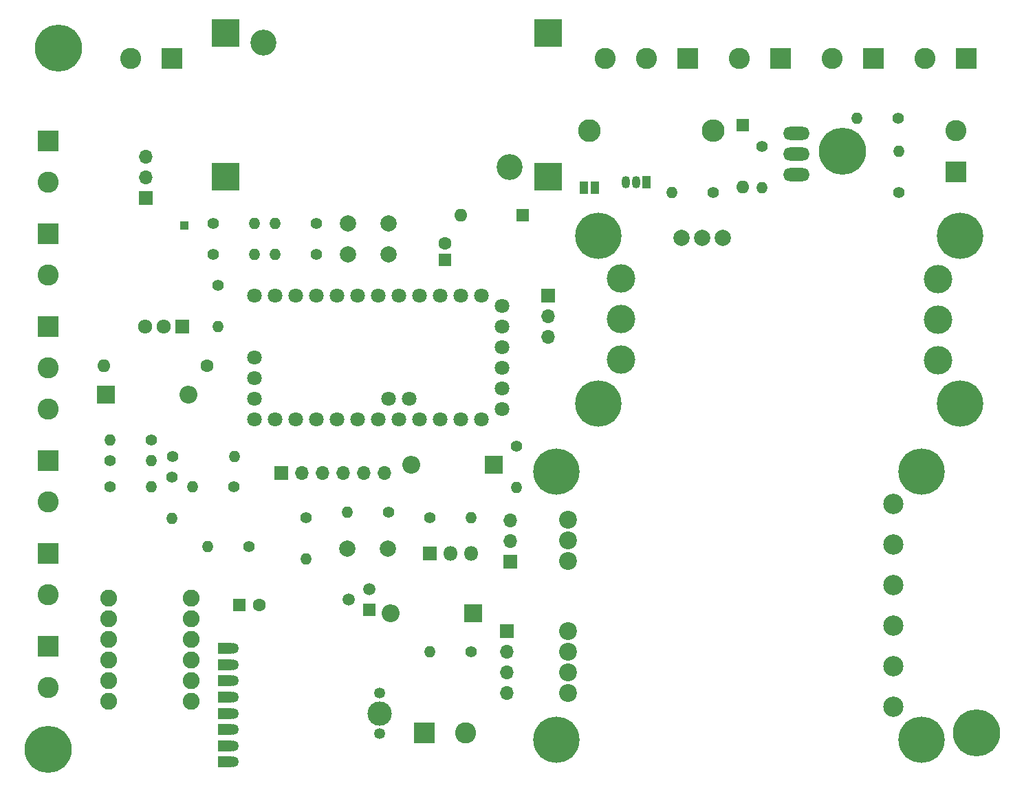
<source format=gbr>
%TF.GenerationSoftware,KiCad,Pcbnew,6.0.11-2627ca5db0~126~ubuntu22.04.1*%
%TF.CreationDate,2023-07-28T09:41:43+02:00*%
%TF.ProjectId,HM-LC-Bl1-FM_FUEL4EP_PCB,484d2d4c-432d-4426-9c31-2d464d5f4655,1.5*%
%TF.SameCoordinates,Original*%
%TF.FileFunction,Soldermask,Top*%
%TF.FilePolarity,Negative*%
%FSLAX46Y46*%
G04 Gerber Fmt 4.6, Leading zero omitted, Abs format (unit mm)*
G04 Created by KiCad (PCBNEW 6.0.11-2627ca5db0~126~ubuntu22.04.1) date 2023-07-28 09:41:43*
%MOMM*%
%LPD*%
G01*
G04 APERTURE LIST*
%ADD10R,1.600000X1.600000*%
%ADD11C,1.600000*%
%ADD12O,1.600000X1.600000*%
%ADD13R,2.200000X2.200000*%
%ADD14O,2.200000X2.200000*%
%ADD15R,1.700000X1.700000*%
%ADD16O,1.700000X1.700000*%
%ADD17R,1.717500X1.800000*%
%ADD18O,1.717500X1.800000*%
%ADD19R,1.800000X1.800000*%
%ADD20O,1.800000X1.800000*%
%ADD21R,1.050000X1.500000*%
%ADD22O,1.050000X1.500000*%
%ADD23C,1.400000*%
%ADD24O,1.400000X1.400000*%
%ADD25C,5.700000*%
%ADD26C,3.500000*%
%ADD27C,2.000000*%
%ADD28C,2.500000*%
%ADD29C,2.200000*%
%ADD30R,1.498600X1.498600*%
%ADD31C,1.498600*%
%ADD32R,2.600000X2.600000*%
%ADD33C,2.600000*%
%ADD34C,5.800000*%
%ADD35C,1.800000*%
%ADD36O,3.251200X1.625600*%
%ADD37R,1.000000X1.500000*%
%ADD38C,2.800000*%
%ADD39O,2.800000X2.800000*%
%ADD40C,1.350000*%
%ADD41R,1.800000X1.350000*%
%ADD42C,3.000000*%
%ADD43C,2.082800*%
%ADD44C,3.200000*%
%ADD45R,3.500000X3.500000*%
%ADD46R,1.000000X1.000000*%
G04 APERTURE END LIST*
D10*
%TO.C,C1*%
X29885000Y-74930000D03*
D11*
X32385000Y-74930000D03*
%TD*%
D10*
%TO.C,D7*%
X64770000Y-26924000D03*
D12*
X57150000Y-26924000D03*
%TD*%
D13*
%TO.C,D11*%
X13462000Y-49022000D03*
D14*
X23622000Y-49022000D03*
%TD*%
D15*
%TO.C,J5*%
X35052000Y-58674000D03*
D16*
X37592000Y-58674000D03*
X40132000Y-58674000D03*
X42672000Y-58674000D03*
X45212000Y-58674000D03*
X47752000Y-58674000D03*
%TD*%
D17*
%TO.C,Q1*%
X22860000Y-40640000D03*
D18*
X20570000Y-40640000D03*
X18280000Y-40640000D03*
%TD*%
D19*
%TO.C,Q2*%
X53340000Y-68580000D03*
D20*
X55880000Y-68580000D03*
X58420000Y-68580000D03*
%TD*%
D21*
%TO.C,Q4*%
X80010000Y-22860000D03*
D22*
X78740000Y-22860000D03*
X77470000Y-22860000D03*
%TD*%
D23*
%TO.C,R1*%
X13970000Y-60325000D03*
D24*
X19050000Y-60325000D03*
%TD*%
D23*
%TO.C,R7*%
X13970000Y-57150000D03*
D24*
X19050000Y-57150000D03*
%TD*%
D25*
%TO.C,Module5*%
X74140000Y-29420000D03*
X74140000Y-50120000D03*
X118640000Y-29420000D03*
X118640000Y-50120000D03*
D26*
X115890000Y-34770000D03*
X76890000Y-34670000D03*
D27*
X84390000Y-29670000D03*
D26*
X115890000Y-39770000D03*
X76890000Y-39670000D03*
D27*
X86930000Y-29670000D03*
D26*
X115890000Y-44770000D03*
X76890000Y-44670000D03*
D27*
X89470000Y-29670000D03*
%TD*%
D25*
%TO.C,Module6*%
X68965000Y-58475000D03*
X113865000Y-91475000D03*
X113865000Y-58475000D03*
X68965000Y-91475000D03*
D28*
X110465000Y-62475000D03*
D29*
X70415000Y-64395000D03*
D28*
X110465000Y-67475000D03*
D29*
X70415000Y-66935000D03*
D28*
X110465000Y-72475000D03*
D29*
X70415000Y-69475000D03*
D28*
X110465000Y-77475000D03*
D29*
X70415000Y-78105000D03*
D28*
X110465000Y-82475000D03*
D29*
X70415000Y-80645000D03*
D28*
X110465000Y-87475000D03*
D29*
X70415000Y-83185000D03*
X70415000Y-85725000D03*
%TD*%
D23*
%TO.C,R8*%
X39370000Y-27940000D03*
D24*
X34290000Y-27940000D03*
%TD*%
D23*
%TO.C,R10*%
X21590000Y-59182000D03*
D24*
X21590000Y-64262000D03*
%TD*%
D23*
%TO.C,R11*%
X31115000Y-67691000D03*
D24*
X26035000Y-67691000D03*
%TD*%
D23*
%TO.C,R12*%
X38100000Y-64135000D03*
D24*
X38100000Y-69215000D03*
%TD*%
D23*
%TO.C,R13*%
X64008000Y-55372000D03*
D24*
X64008000Y-60452000D03*
%TD*%
D23*
%TO.C,R14*%
X53340000Y-64135000D03*
D24*
X58420000Y-64135000D03*
%TD*%
D23*
%TO.C,R15*%
X110998000Y-14986000D03*
D24*
X105918000Y-14986000D03*
%TD*%
D23*
%TO.C,R17*%
X48260000Y-63500000D03*
D24*
X43180000Y-63500000D03*
%TD*%
D30*
%TO.C,Q5*%
X45872400Y-75488800D03*
D31*
X43332400Y-74218800D03*
X45872400Y-72948800D03*
%TD*%
D23*
%TO.C,R9*%
X39370000Y-31750000D03*
D24*
X34290000Y-31750000D03*
%TD*%
D32*
%TO.C,J1*%
X6350000Y-29210000D03*
D33*
X6350000Y-34290000D03*
%TD*%
D32*
%TO.C,J3*%
X6350000Y-40640000D03*
D33*
X6350000Y-45720000D03*
X6350000Y-50800000D03*
%TD*%
D32*
%TO.C,J4*%
X21590000Y-7620000D03*
D33*
X16510000Y-7620000D03*
%TD*%
D10*
%TO.C,C5*%
X55245000Y-32385000D03*
D11*
X55245000Y-30385000D03*
%TD*%
D32*
%TO.C,J8*%
X6350000Y-80010000D03*
D33*
X6350000Y-85090000D03*
%TD*%
D32*
%TO.C,J9*%
X6350000Y-68580000D03*
D33*
X6350000Y-73660000D03*
%TD*%
D32*
%TO.C,J11*%
X107950000Y-7620000D03*
D33*
X102870000Y-7620000D03*
%TD*%
D23*
%TO.C,R5*%
X26670000Y-27940000D03*
D24*
X31750000Y-27940000D03*
%TD*%
D23*
%TO.C,R6*%
X26670000Y-31750000D03*
D24*
X31750000Y-31750000D03*
%TD*%
D32*
%TO.C,J14*%
X118110000Y-21590000D03*
D33*
X118110000Y-16510000D03*
%TD*%
D27*
%TO.C,C3*%
X43260000Y-27940000D03*
X48260000Y-27940000D03*
%TD*%
D23*
%TO.C,R21*%
X94234000Y-18465800D03*
D24*
X94234000Y-23545800D03*
%TD*%
D32*
%TO.C,J2*%
X6350000Y-17780000D03*
D33*
X6350000Y-22860000D03*
%TD*%
D11*
%TO.C,R22*%
X25908000Y-45466000D03*
D12*
X13208000Y-45466000D03*
%TD*%
D10*
%TO.C,D10*%
X91846400Y-15824200D03*
D12*
X91846400Y-23444200D03*
%TD*%
D23*
%TO.C,R3*%
X27305000Y-35560000D03*
D24*
X27305000Y-40640000D03*
%TD*%
D15*
%TO.C,J10*%
X18415000Y-24765000D03*
D16*
X18415000Y-22225000D03*
X18415000Y-19685000D03*
%TD*%
D32*
%TO.C,J13*%
X119380000Y-7620000D03*
D33*
X114300000Y-7620000D03*
%TD*%
D34*
%TO.C,H1*%
X7620000Y-6350000D03*
%TD*%
%TO.C,H2*%
X6350000Y-92710000D03*
%TD*%
D32*
%TO.C,J6*%
X96520000Y-7620000D03*
D33*
X91440000Y-7620000D03*
%TD*%
D35*
%TO.C,Module1*%
X59690000Y-52070000D03*
X31750000Y-44450000D03*
X59690000Y-36830000D03*
X62230000Y-38100000D03*
X50800000Y-49530000D03*
X57150000Y-52070000D03*
X31750000Y-46990000D03*
X57150000Y-36830000D03*
X62230000Y-40640000D03*
X48260000Y-49530000D03*
X54610000Y-52070000D03*
X31750000Y-49530000D03*
X54610000Y-36830000D03*
X62230000Y-43180000D03*
X52070000Y-52070000D03*
X52070000Y-36830000D03*
X62230000Y-45720000D03*
X49530000Y-52070000D03*
X49530000Y-36830000D03*
X62230000Y-48260000D03*
X46990000Y-52070000D03*
X46990000Y-36830000D03*
X62230000Y-50800000D03*
X44450000Y-52070000D03*
X44450000Y-36830000D03*
X41910000Y-52070000D03*
X41910000Y-36830000D03*
X39370000Y-52070000D03*
X39370000Y-36830000D03*
X36830000Y-52070000D03*
X36830000Y-36830000D03*
X34290000Y-52070000D03*
X34290000Y-36830000D03*
X31750000Y-52070000D03*
X31750000Y-36830000D03*
%TD*%
D23*
%TO.C,R16*%
X111125000Y-24130000D03*
D24*
X111125000Y-19050000D03*
%TD*%
D34*
%TO.C,H3*%
X104140000Y-19050000D03*
%TD*%
D27*
%TO.C,C4*%
X43180000Y-67945000D03*
X48180000Y-67945000D03*
%TD*%
D23*
%TO.C,R20*%
X88265000Y-24130000D03*
D24*
X83185000Y-24130000D03*
%TD*%
D23*
%TO.C,R4*%
X29210000Y-60325000D03*
D24*
X24130000Y-60325000D03*
%TD*%
D23*
%TO.C,R2*%
X21704300Y-56629300D03*
D24*
X29324300Y-56629300D03*
%TD*%
D36*
%TO.C,Q3*%
X98501200Y-21869400D03*
X98501200Y-19329400D03*
X98501200Y-16789400D03*
%TD*%
D37*
%TO.C,JP1*%
X73660000Y-23495000D03*
X72360000Y-23495000D03*
%TD*%
D38*
%TO.C,R18*%
X73025000Y-16510000D03*
D39*
X88265000Y-16510000D03*
%TD*%
D32*
%TO.C,J15*%
X52705000Y-90678000D03*
D33*
X57785000Y-90678000D03*
%TD*%
D23*
%TO.C,R23*%
X58420000Y-80645000D03*
D24*
X53340000Y-80645000D03*
%TD*%
D15*
%TO.C,J17*%
X67945000Y-36830000D03*
D16*
X67945000Y-39370000D03*
X67945000Y-41910000D03*
%TD*%
D13*
%TO.C,D2*%
X61214000Y-57658000D03*
D14*
X51054000Y-57658000D03*
%TD*%
D34*
%TO.C,H4*%
X120650000Y-90678000D03*
%TD*%
D15*
%TO.C,J16*%
X62865000Y-78105000D03*
D16*
X62865000Y-80645000D03*
X62865000Y-83185000D03*
X62865000Y-85725000D03*
%TD*%
D15*
%TO.C,J18*%
X63246000Y-69596000D03*
D16*
X63246000Y-67056000D03*
X63246000Y-64516000D03*
%TD*%
D27*
%TO.C,C2*%
X43260000Y-31750000D03*
X48260000Y-31750000D03*
%TD*%
D23*
%TO.C,R19*%
X19050000Y-54610000D03*
D24*
X13970000Y-54610000D03*
%TD*%
D40*
%TO.C,Module2*%
X47170000Y-85740000D03*
D41*
X28170000Y-80240000D03*
D40*
X29170000Y-80240000D03*
D42*
X47170000Y-88240000D03*
D40*
X29170000Y-82240000D03*
D41*
X28170000Y-82240000D03*
D40*
X47170000Y-90740000D03*
X29170000Y-84240000D03*
D41*
X28170000Y-84240000D03*
D40*
X29170000Y-86240000D03*
D41*
X28170000Y-86240000D03*
D40*
X29170000Y-88240000D03*
D41*
X28170000Y-88240000D03*
D40*
X29170000Y-90240000D03*
D41*
X28170000Y-90240000D03*
D40*
X29170000Y-92240000D03*
D41*
X28170000Y-92240000D03*
X28170000Y-94240000D03*
D40*
X29170000Y-94240000D03*
%TD*%
D32*
%TO.C,J7*%
X6350000Y-57150000D03*
D33*
X6350000Y-62230000D03*
%TD*%
D32*
%TO.C,J12*%
X85090000Y-7620000D03*
D33*
X80010000Y-7620000D03*
X74930000Y-7620000D03*
%TD*%
D13*
%TO.C,D6*%
X58674000Y-75946000D03*
D14*
X48514000Y-75946000D03*
%TD*%
D43*
%TO.C,Module3*%
X24003000Y-79171800D03*
X13843000Y-79171800D03*
X13843000Y-81711800D03*
X13843000Y-86791800D03*
X13843000Y-84251800D03*
X13843000Y-76631800D03*
X13843000Y-74091800D03*
X24003000Y-81711800D03*
X24003000Y-86791800D03*
X24003000Y-84251800D03*
X24003000Y-76631800D03*
X24003000Y-74091800D03*
%TD*%
D44*
%TO.C,Module4*%
X32894000Y-5645000D03*
X63194000Y-20945000D03*
D45*
X67894000Y-4445000D03*
X28194000Y-4445000D03*
X67894000Y-22145000D03*
X28194000Y-22145000D03*
%TD*%
D46*
%TO.C,J19*%
X23114000Y-28194000D03*
%TD*%
M02*

</source>
